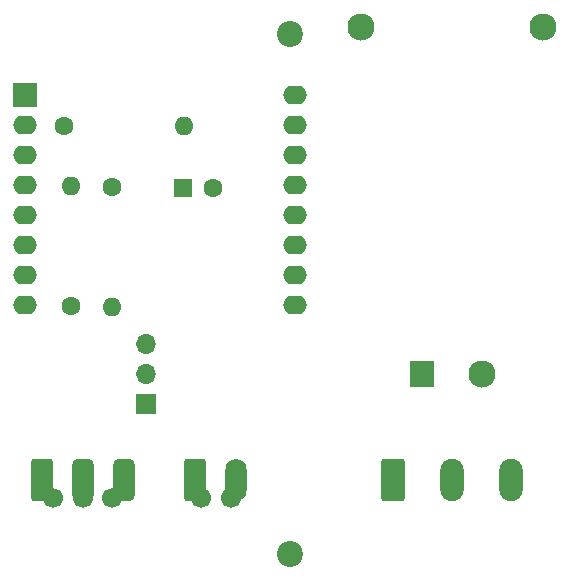
<source format=gts>
G04 #@! TF.GenerationSoftware,KiCad,Pcbnew,(6.0.7)*
G04 #@! TF.CreationDate,2022-12-11T11:01:38+01:00*
G04 #@! TF.ProjectId,CT_Clamp,43545f43-6c61-46d7-902e-6b696361645f,rev?*
G04 #@! TF.SameCoordinates,Original*
G04 #@! TF.FileFunction,Soldermask,Top*
G04 #@! TF.FilePolarity,Negative*
%FSLAX46Y46*%
G04 Gerber Fmt 4.6, Leading zero omitted, Abs format (unit mm)*
G04 Created by KiCad (PCBNEW (6.0.7)) date 2022-12-11 11:01:38*
%MOMM*%
%LPD*%
G01*
G04 APERTURE LIST*
G04 Aperture macros list*
%AMRoundRect*
0 Rectangle with rounded corners*
0 $1 Rounding radius*
0 $2 $3 $4 $5 $6 $7 $8 $9 X,Y pos of 4 corners*
0 Add a 4 corners polygon primitive as box body*
4,1,4,$2,$3,$4,$5,$6,$7,$8,$9,$2,$3,0*
0 Add four circle primitives for the rounded corners*
1,1,$1+$1,$2,$3*
1,1,$1+$1,$4,$5*
1,1,$1+$1,$6,$7*
1,1,$1+$1,$8,$9*
0 Add four rect primitives between the rounded corners*
20,1,$1+$1,$2,$3,$4,$5,0*
20,1,$1+$1,$4,$5,$6,$7,0*
20,1,$1+$1,$6,$7,$8,$9,0*
20,1,$1+$1,$8,$9,$2,$3,0*%
G04 Aperture macros list end*
%ADD10C,1.600000*%
%ADD11O,1.600000X1.600000*%
%ADD12C,2.200000*%
%ADD13R,2.000000X2.300000*%
%ADD14C,2.300000*%
%ADD15R,2.000000X2.000000*%
%ADD16O,2.000000X1.600000*%
%ADD17RoundRect,0.250000X-0.650000X-1.550000X0.650000X-1.550000X0.650000X1.550000X-0.650000X1.550000X0*%
%ADD18C,1.700000*%
%ADD19RoundRect,0.450000X-0.450000X-1.350000X0.450000X-1.350000X0.450000X1.350000X-0.450000X1.350000X0*%
%ADD20R,1.600000X1.600000*%
%ADD21RoundRect,0.250000X-0.750000X-1.550000X0.750000X-1.550000X0.750000X1.550000X-0.750000X1.550000X0*%
%ADD22O,2.000000X3.600000*%
%ADD23R,1.700000X1.700000*%
%ADD24O,1.700000X1.700000*%
%ADD25O,1.800000X3.600000*%
G04 APERTURE END LIST*
D10*
X128250000Y-98000000D03*
D11*
X128250000Y-87840000D03*
D10*
X127670000Y-82750000D03*
D11*
X137830000Y-82750000D03*
D12*
X146750000Y-119000000D03*
D13*
X158000000Y-103750000D03*
D14*
X163000000Y-103750000D03*
X152800000Y-74350000D03*
X168200000Y-74350000D03*
D15*
X124380225Y-80110000D03*
D16*
X124380225Y-82650000D03*
X124380225Y-85190000D03*
X124380225Y-87730000D03*
X124380225Y-90270000D03*
X124380225Y-92810000D03*
X124380225Y-95350000D03*
X124380225Y-97890000D03*
X147240225Y-97890000D03*
X147240225Y-95350000D03*
X147240225Y-92810000D03*
X147240225Y-90270000D03*
X147240225Y-87730000D03*
X147240225Y-85190000D03*
X147240225Y-82650000D03*
X147240225Y-80110000D03*
D17*
X125750000Y-112750000D03*
D18*
X126750000Y-114223200D03*
X129250000Y-114223200D03*
D19*
X129250000Y-112750000D03*
D18*
X131750000Y-114223200D03*
D19*
X132750000Y-112750000D03*
D10*
X131750000Y-87920000D03*
D11*
X131750000Y-98080000D03*
D20*
X137750000Y-88000000D03*
D10*
X140250000Y-88000000D03*
D21*
X155500000Y-112750000D03*
D22*
X160500000Y-112750000D03*
X165500000Y-112750000D03*
D12*
X146750000Y-75000000D03*
D23*
X134625000Y-106250000D03*
D24*
X134625000Y-103710000D03*
X134625000Y-101170000D03*
D18*
X139250000Y-114274000D03*
D17*
X138750000Y-112750000D03*
D18*
X141750000Y-114223200D03*
D25*
X142250000Y-112750000D03*
M02*

</source>
